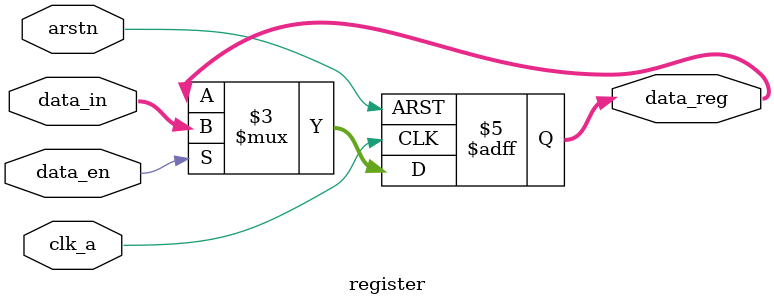
<source format=v>
module register(
    input clk_a, 
    input arstn,
    input[3:0] data_in,
    input data_en,

    output reg[3:0] data_reg   //register storing the last value of the data input signal(data_in)
);
//on reset signal(arstn), register will be initialized to 0 or the last value of the register.
always @(posedge clk_a or negedge arstn)
begin
    if(!arstn) begin
        data_reg<=0;
    end
    else begin
        if(data_en) data_reg<=data_in;  //if the enable signal is HIGH, register will store the value of input signal.
    end    
end
endmodule
</source>
